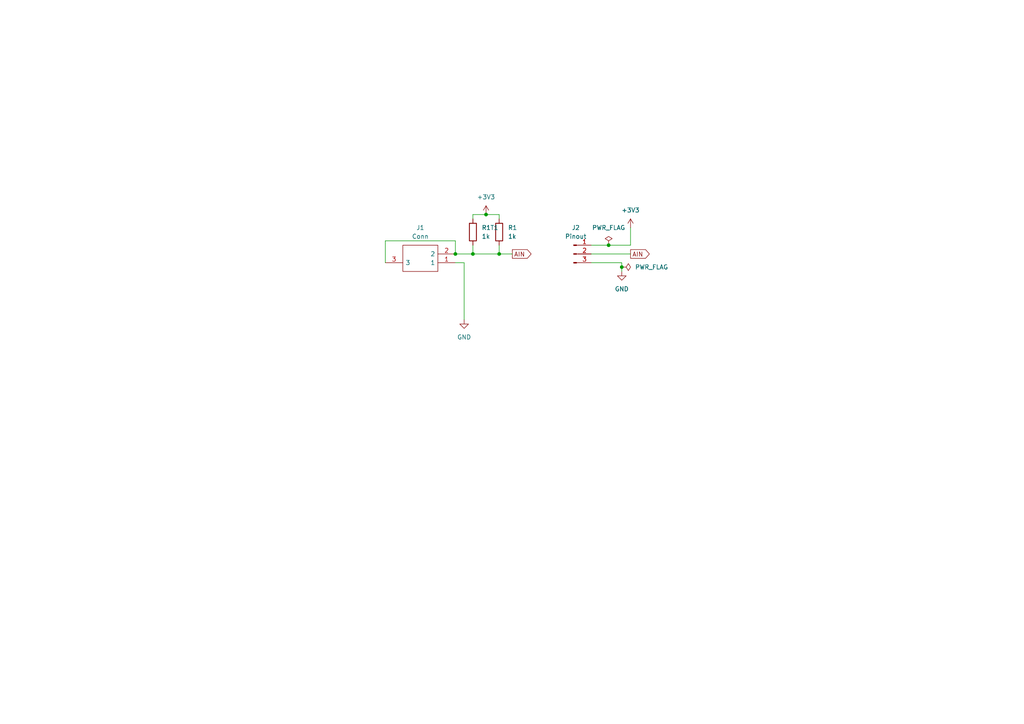
<source format=kicad_sch>
(kicad_sch (version 20211123) (generator eeschema)
  (paper "A4")
  (title_block (title "Analog Ching breakout board") (date "2022-11-19") (rev "1.0") (company "chof.org"))
  (lib_symbols
    (symbol "Connector:Conn_01x03_Male" (pin_names (offset 1.016) hide)
      (property "Reference" "J" (at 0 5.08 0))
      (property "Value" "Conn_01x03_Male" (at 0 -5.08 0))
      (symbol "Conn_01x03_Male_1_1"
        (polyline (pts (xy 1.27 -2.54) (xy 0.8636 -2.54)) (stroke (width 0.1524)))
        (polyline (pts (xy 1.27 0) (xy 0.8636 0)) (stroke (width 0.1524)))
        (polyline (pts (xy 1.27 2.54) (xy 0.8636 2.54)) (stroke (width 0.1524)))
        (rectangle (start 0.8636 -2.413) (end 0 -2.667) (stroke (width 0.1524)) (fill (type outline)))
        (rectangle (start 0.8636 0.127) (end 0 -0.127) (stroke (width 0.1524)) (fill (type outline)))
        (rectangle (start 0.8636 2.667) (end 0 2.413) (stroke (width 0.1524)) (fill (type outline)))
        (pin passive line (at 5.08 2.54 180) (length 3.81) (name "Pin_1") (number "1"))
        (pin passive line (at 5.08 0 180) (length 3.81) (name "Pin_2") (number "2"))
        (pin passive line (at 5.08 -2.54 180) (length 3.81) (name "Pin_3") (number "3"))
      )
    )
    (symbol "Device:R" (pin_numbers hide) (pin_names (offset 0))
      (property "Reference" "R" (at 2.032 0 90))
      (property "Value" "R" (at 0 0 90))
      (symbol "R_0_1"
        (rectangle (start -1.016 -2.54) (end 1.016 2.54) (stroke (width 0.254)))
      )
      (symbol "R_1_1"
        (pin passive line (at 0 3.81 270) (length 1.27) (name "~") (number "1"))
        (pin passive line (at 0 -3.81 90) (length 1.27) (name "~") (number "2"))
      )
    )
    (symbol "MJ-2509N:MJ-2509N" (pin_names (offset 0.762))
      (property "Reference" "J" (at 16.51 7.62 0))
      (property "Value" "MJ-2509N" (at 16.51 5.08 0))
      (symbol "MJ-2509N_0_0"
        (pin passive line (at 0 0 0) (length 5.08) (name "1") (number "1"))
        (pin passive line (at 0 -2.54 0) (length 5.08) (name "2") (number "2"))
        (pin passive line (at 20.32 0 180) (length 5.08) (name "3") (number "3"))
      )
      (symbol "MJ-2509N_0_1"
        (polyline (pts (xy 5.08 2.54) (xy 15.24 2.54) (xy 15.24 -5.08) (xy 5.08 -5.08) (xy 5.08 2.54)) (stroke (width 0.1524)))
      )
    )
    (symbol "power:+3.3V" (power) (pin_names (offset 0))
      (property "Value" "+3.3V" (at 0 3.556 0))
      (symbol "+3.3V_0_1"
        (polyline (pts (xy -0.762 1.27) (xy 0 2.54)))
        (polyline (pts (xy 0 0) (xy 0 2.54)))
        (polyline (pts (xy 0 2.54) (xy 0.762 1.27)))
      )
      (symbol "+3.3V_1_1"
        (pin power_in line (at 0 0 90) (length 0) hide (name "+3V3") (number "1"))
      )
    )
    (symbol "power:GND" (power) (pin_names (offset 0))
      (property "Value" "GND" (at 0 -3.81 0))
      (symbol "GND_0_1"
        (polyline (pts (xy 0 0) (xy 0 -1.27) (xy 1.27 -1.27) (xy 0 -2.54) (xy -1.27 -1.27) (xy 0 -1.27)))
      )
      (symbol "GND_1_1"
        (pin power_in line (at 0 0 270) (length 0) hide (name "GND") (number "1"))
      )
    )
    (symbol "power:PWR_FLAG" (power) (pin_numbers hide) (pin_names (offset 0) hide)
      (property "Value" "PWR_FLAG" (at 0 3.81 0))
      (symbol "PWR_FLAG_0_0"
        (pin power_out line (at 0 0 90) (length 0) (name "pwr") (number "1"))
      )
      (symbol "PWR_FLAG_0_1"
        (polyline (pts (xy 0 0) (xy 0 1.27) (xy -1.016 1.905) (xy 0 2.54) (xy 1.016 1.905) (xy 0 1.27)))
      )
    )
  )
  (junction (at 140.97 62.23))
  (junction (at 137.16 73.66))
  (junction (at 180.34 77.47))
  (junction (at 176.53 71.12))
  (junction (at 144.78 73.66))
  (junction (at 132.08 73.66))
  (wire (pts (xy 180.34 78.74) (xy 180.34 77.47)))
  (wire (pts (xy 137.16 62.23) (xy 137.16 63.5)))
  (wire (pts (xy 144.78 71.12) (xy 144.78 73.66)))
  (wire (pts (xy 137.16 73.66) (xy 144.78 73.66)))
  (wire (pts (xy 144.78 73.66) (xy 148.59 73.66)))
  (wire (pts (xy 132.08 73.66) (xy 137.16 73.66)))
  (wire (pts (xy 144.78 62.23) (xy 144.78 63.5)))
  (wire (pts (xy 182.88 66.04) (xy 182.88 71.12)))
  (wire (pts (xy 111.76 76.2) (xy 111.76 69.85)))
  (wire (pts (xy 140.97 62.23) (xy 144.78 62.23)))
  (wire (pts (xy 140.97 62.23) (xy 137.16 62.23)))
  (wire (pts (xy 180.34 76.2) (xy 171.45 76.2)))
  (wire (pts (xy 134.62 76.2) (xy 134.62 92.71)))
  (wire (pts (xy 132.08 69.85) (xy 132.08 73.66)))
  (wire (pts (xy 176.53 71.12) (xy 171.45 71.12)))
  (wire (pts (xy 111.76 69.85) (xy 132.08 69.85)))
  (wire (pts (xy 132.08 76.2) (xy 134.62 76.2)))
  (wire (pts (xy 182.88 71.12) (xy 176.53 71.12)))
  (wire (pts (xy 171.45 73.66) (xy 182.88 73.66)))
  (wire (pts (xy 180.34 77.47) (xy 180.34 76.2)))
  (wire (pts (xy 137.16 71.12) (xy 137.16 73.66)))
  (global_label "AIN" (shape output) (at 182.88 73.66 0) (property "Intersheet References" "${INTERSHEET_REFS}" (effects hide)))
  (global_label "AIN" (shape output) (at 148.59 73.66 0) (property "Intersheet References" "${INTERSHEET_REFS}" (effects hide)))
  (symbol (lib_id "power:+3.3V") (at 140.97 62.23 0) (unit 1)
    (property "Reference" "#PWR02" (effects hide))
    (property "Value" "+3.3V" (at 140.97 57.15 0))
  )
  (symbol (lib_id "power:PWR_FLAG") (at 180.34 77.47 270) (unit 1)
    (property "Reference" "#FLG0101" (effects hide))
    (property "Value" "PWR_FLAG" (at 184.15 77.4699 90) (effects (justify left)))
  )
  (symbol (lib_id "Device:R") (at 144.78 67.31 0) (unit 1)
    (property "Reference" "R1" (at 147.32 66.0399 0) (effects (justify left)))
    (property "Value" "1k" (at 147.32 68.5799 0) (effects (justify left)))
    (property "Footprint" "Resistor_SMD:R_0603_1608Metric_Pad0.98x0.95mm_HandSolder" (effects hide))
  )
  (symbol (lib_id "power:GND") (at 134.62 92.71 0) (unit 1)
    (property "Reference" "#PWR01" (effects hide))
    (property "Value" "GND" (at 134.62 97.79 0))
  )
  (symbol (lib_id "Device:R") (at 137.16 67.31 0) (unit 1)
    (property "Reference" "R1T1" (at 139.7 66.0399 0) (effects (justify left)))
    (property "Value" "1k" (at 139.7 68.5799 0) (effects (justify left)))
    (property "Footprint" "Resistor_THT:R_Axial_DIN0207_L6.3mm_D2.5mm_P10.16mm_Horizontal" (effects hide))
  )
  (symbol (lib_id "Connector:Conn_01x03_Male") (at 166.37 73.66 0) (unit 1)
    (property "Reference" "J2" (at 167.005 66.04 0))
    (property "Value" "Pinout" (at 167.005 68.58 0))
    (property "Footprint" "Connector_PinHeader_2.54mm:PinHeader_1x03_P2.54mm_Vertical" (effects hide))
  )
  (symbol (lib_id "power:+3.3V") (at 182.88 66.04 0) (unit 1)
    (property "Reference" "#PWR04" (effects hide))
    (property "Value" "+3.3V" (at 182.88 60.96 0))
  )
  (symbol (lib_id "power:GND") (at 180.34 78.74 0) (unit 1)
    (property "Reference" "#PWR03" (effects hide))
    (property "Value" "GND" (at 180.34 83.82 0))
  )
  (symbol (lib_id "power:PWR_FLAG") (at 176.53 71.12 0) (unit 1)
    (property "Reference" "#FLG0102" (effects hide))
    (property "Value" "PWR_FLAG" (at 176.53 66.04 0))
  )
  (symbol (lib_id "MJ-2509N:MJ-2509N") (at 132.08 76.2 180) (unit 1)
    (property "Reference" "J1" (at 121.92 66.04 0))
    (property "Value" "Conn" (at 121.92 68.58 0))
    (property "Footprint" "footprints:MJ2509N" (effects hide))
    (property "Datasheet" "https://www.cui.com/product/resource/digikeypdf/mj-2509n.pdf" (effects hide))
    (property "Description" "Phone Connectors Audio Jacks" (effects hide))
    (property "Height" "5" (effects hide))
    (property "Manufacturer_Name" "CUI Inc." (effects hide))
    (property "Manufacturer_Part_Number" "MJ-2509N" (effects hide))
    (property "Mouser Part Number" "490-MJ-2509N" (effects hide))
    (property "Mouser Price/Stock" "https://www.mouser.co.uk/ProductDetail/CUI-Devices/MJ-2509N?qs=WyjlAZoYn53PDc56LTmBGw%3D%3D" (effects hide))
    (property "Arrow Part Number" "MJ-2509N" (effects hide))
    (property "Arrow Price/Stock" "https://www.arrow.com/en/products/mj-2509n/cui-inc" (effects hide))
  )
)
</source>
